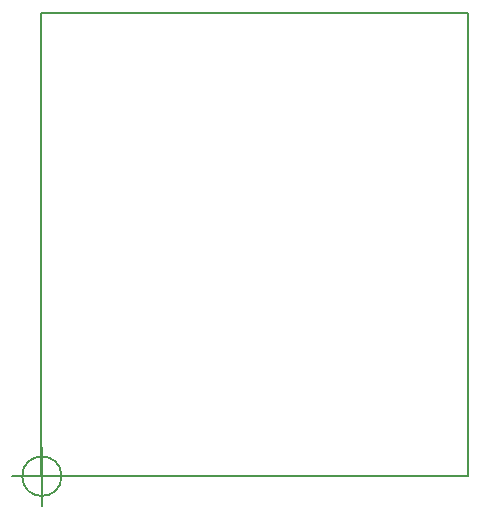
<source format=gbr>
G04 #@! TF.FileFunction,Profile,NP*
%FSLAX46Y46*%
G04 Gerber Fmt 4.6, Leading zero omitted, Abs format (unit mm)*
G04 Created by KiCad (PCBNEW 4.0.7) date Wed Apr  4 13:04:03 2018*
%MOMM*%
%LPD*%
G01*
G04 APERTURE LIST*
%ADD10C,0.100000*%
%ADD11C,0.150000*%
G04 APERTURE END LIST*
D10*
D11*
X119128966Y-95885000D02*
G75*
G03X119128966Y-95885000I-1666666J0D01*
G01*
X114962300Y-95885000D02*
X119962300Y-95885000D01*
X117462300Y-93385000D02*
X117462300Y-98385000D01*
X153543000Y-56705500D02*
X153543000Y-59080400D01*
X117398800Y-56680100D02*
X153543000Y-56705500D01*
X117398800Y-59093100D02*
X117398800Y-56680100D01*
X117411500Y-59080400D02*
X117411500Y-61760100D01*
X153543000Y-95872300D02*
X153555700Y-59067700D01*
X117424200Y-95872300D02*
X153543000Y-95872300D01*
X117411500Y-61734700D02*
X117424200Y-95872300D01*
M02*

</source>
